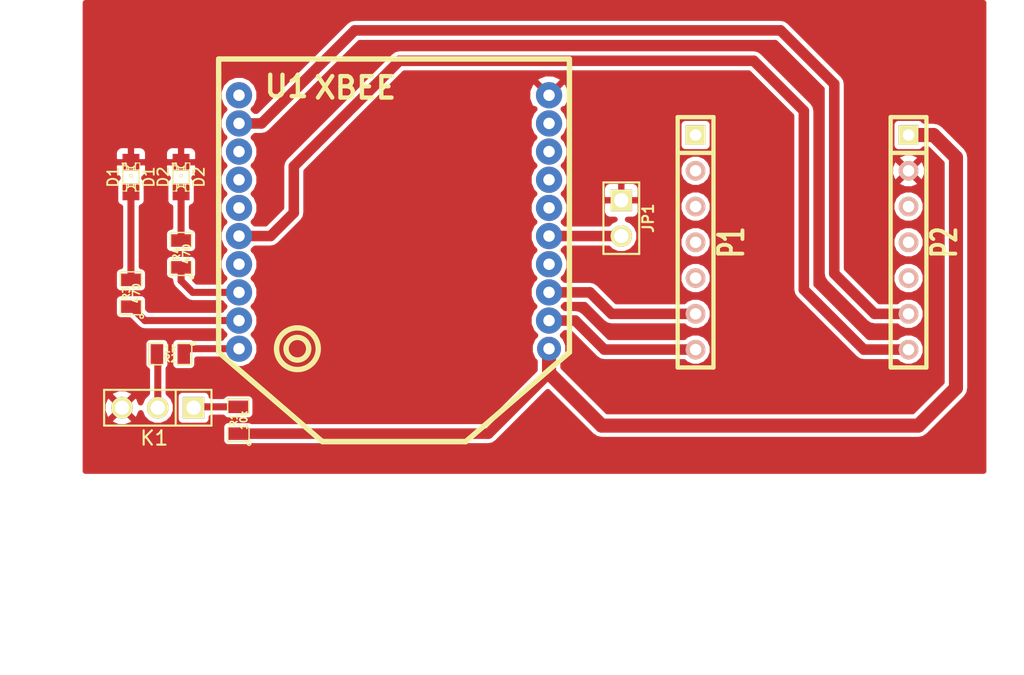
<source format=kicad_pcb>
(kicad_pcb (version 3) (host pcbnew "(22-Jun-2014 BZR 4027)-stable")

  (general
    (links 19)
    (no_connects 0)
    (area 148.59 40.64 220.980001 90.584)
    (thickness 1.6)
    (drawings 2)
    (tracks 45)
    (zones 0)
    (modules 11)
    (nets 15)
  )

  (page A3)
  (layers
    (15 F.Cu signal)
    (0 B.Cu signal)
    (16 B.Adhes user)
    (17 F.Adhes user)
    (18 B.Paste user)
    (19 F.Paste user)
    (20 B.SilkS user)
    (21 F.SilkS user)
    (22 B.Mask user)
    (23 F.Mask user)
    (24 Dwgs.User user)
    (25 Cmts.User user)
    (26 Eco1.User user)
    (27 Eco2.User user)
    (28 Edge.Cuts user)
  )

  (setup
    (last_trace_width 0.5)
    (user_trace_width 0.75)
    (user_trace_width 1)
    (trace_clearance 0.3)
    (zone_clearance 0)
    (zone_45_only no)
    (trace_min 0.254)
    (segment_width 0.2)
    (edge_width 0.1)
    (via_size 0.889)
    (via_drill 0.635)
    (via_min_size 0.889)
    (via_min_drill 0.508)
    (uvia_size 0.508)
    (uvia_drill 0.127)
    (uvias_allowed no)
    (uvia_min_size 0.508)
    (uvia_min_drill 0.127)
    (pcb_text_width 0.3)
    (pcb_text_size 1.5 1.5)
    (mod_edge_width 0.15)
    (mod_text_size 1 1)
    (mod_text_width 0.15)
    (pad_size 1.5 1.5)
    (pad_drill 0.6)
    (pad_to_mask_clearance 0)
    (aux_axis_origin 0 0)
    (visible_elements FFFFFFBF)
    (pcbplotparams
      (layerselection 3178497)
      (usegerberextensions true)
      (excludeedgelayer true)
      (linewidth 0.150000)
      (plotframeref false)
      (viasonmask false)
      (mode 1)
      (useauxorigin false)
      (hpglpennumber 1)
      (hpglpenspeed 20)
      (hpglpendiameter 15)
      (hpglpenoverlay 2)
      (psnegative false)
      (psa4output false)
      (plotreference true)
      (plotvalue true)
      (plotothertext true)
      (plotinvisibletext false)
      (padsonsilk false)
      (subtractmaskfromsilk false)
      (outputformat 1)
      (mirror false)
      (drillshape 1)
      (scaleselection 1)
      (outputdirectory ""))
  )

  (net 0 "")
  (net 1 /AN0)
  (net 2 /DO1)
  (net 3 /DO2)
  (net 4 /MCPboard-CTS)
  (net 5 /MCPboard-RTS)
  (net 6 /MCPboard-Rx)
  (net 7 /MCPboard-Tx)
  (net 8 GND)
  (net 9 N-0000010)
  (net 10 N-0000011)
  (net 11 N-000002)
  (net 12 N-000005)
  (net 13 N-000009)
  (net 14 VDD)

  (net_class Default "This is the default net class."
    (clearance 0.3)
    (trace_width 0.5)
    (via_dia 0.889)
    (via_drill 0.635)
    (uvia_dia 0.508)
    (uvia_drill 0.127)
    (add_net "")
    (add_net /AN0)
    (add_net /DO1)
    (add_net /DO2)
    (add_net /MCPboard-CTS)
    (add_net /MCPboard-RTS)
    (add_net /MCPboard-Rx)
    (add_net /MCPboard-Tx)
    (add_net GND)
    (add_net N-0000010)
    (add_net N-0000011)
    (add_net N-000002)
    (add_net N-000005)
    (add_net N-000009)
    (add_net VDD)
  )

  (module SM0805 (layer F.Cu) (tedit 5091495C) (tstamp 57BF8FCA)
    (at 165.354 70.485 90)
    (path /57BF8838)
    (attr smd)
    (fp_text reference R1 (at 0 -0.3175 90) (layer F.SilkS)
      (effects (font (size 0.50038 0.50038) (thickness 0.10922)))
    )
    (fp_text value 10k (at 0 0.381 90) (layer F.SilkS)
      (effects (font (size 0.50038 0.50038) (thickness 0.10922)))
    )
    (fp_circle (center -1.651 0.762) (end -1.651 0.635) (layer F.SilkS) (width 0.09906))
    (fp_line (start -0.508 0.762) (end -1.524 0.762) (layer F.SilkS) (width 0.09906))
    (fp_line (start -1.524 0.762) (end -1.524 -0.762) (layer F.SilkS) (width 0.09906))
    (fp_line (start -1.524 -0.762) (end -0.508 -0.762) (layer F.SilkS) (width 0.09906))
    (fp_line (start 0.508 -0.762) (end 1.524 -0.762) (layer F.SilkS) (width 0.09906))
    (fp_line (start 1.524 -0.762) (end 1.524 0.762) (layer F.SilkS) (width 0.09906))
    (fp_line (start 1.524 0.762) (end 0.508 0.762) (layer F.SilkS) (width 0.09906))
    (pad 1 smd rect (at -0.9525 0 90) (size 0.889 1.397)
      (layers F.Cu F.Paste F.Mask)
      (net 14 VDD)
    )
    (pad 2 smd rect (at 0.9525 0 90) (size 0.889 1.397)
      (layers F.Cu F.Paste F.Mask)
      (net 11 N-000002)
    )
    (model smd/chip_cms.wrl
      (at (xyz 0 0 0))
      (scale (xyz 0.1 0.1 0.1))
      (rotate (xyz 0 0 0))
    )
  )

  (module XBee (layer F.Cu) (tedit 51E2B1EC) (tstamp 57BF8FA3)
    (at 176.403 65.405 180)
    (path /57BE2254)
    (fp_text reference U1 (at 7.62508 18.62582 180) (layer F.SilkS)
      (effects (font (size 1.524 1.524) (thickness 0.3048)))
    )
    (fp_text value XBEE (at 2.75082 18.52676 180) (layer F.SilkS)
      (effects (font (size 1.524 1.524) (thickness 0.3048)))
    )
    (fp_line (start -12.446 19.558) (end -12.446 20.574) (layer F.SilkS) (width 0.381))
    (fp_line (start 12.446 19.558) (end 12.446 20.574) (layer F.SilkS) (width 0.381))
    (fp_circle (center 6.858 0) (end 7.62 0.254) (layer F.SilkS) (width 0.381))
    (fp_circle (center 6.858 0) (end 8.128 0.762) (layer F.SilkS) (width 0.381))
    (fp_line (start -12.446 19.558) (end -12.446 -0.254) (layer F.SilkS) (width 0.381))
    (fp_line (start 12.446 0) (end 12.446 -0.254) (layer F.SilkS) (width 0.381))
    (fp_line (start 12.446 19.558) (end 12.446 0) (layer F.SilkS) (width 0.381))
    (fp_line (start -12.446 20.574) (end 12.446 20.574) (layer F.SilkS) (width 0.381))
    (fp_line (start 12.446 -0.254) (end 5.08 -6.604) (layer F.SilkS) (width 0.381))
    (fp_line (start -12.446 -0.254) (end -5.08 -6.604) (layer F.SilkS) (width 0.381))
    (fp_line (start -5.08 -6.604) (end 5.08 -6.604) (layer F.SilkS) (width 0.381))
    (pad 20 thru_hole circle (at 11.00074 0 180) (size 1.85928 1.85928) (drill 0.8128)
      (layers *.Cu)
      (net 1 /AN0)
    )
    (pad 16 thru_hole circle (at 11.00074 8.001 180) (size 1.85928 1.85928) (drill 0.8128)
      (layers *.Cu)
      (net 5 /MCPboard-RTS)
    )
    (pad 14 thru_hole circle (at 11.00074 11.99896 180) (size 1.85928 1.85928) (drill 0.8128)
      (layers *.Cu)
    )
    (pad 15 thru_hole circle (at 11.00074 9.99998 180) (size 1.85928 1.85928) (drill 0.8128)
      (layers *.Cu)
    )
    (pad 18 thru_hole circle (at 11.00074 4.0005 180) (size 1.85928 1.85928) (drill 0.8128)
      (layers *.Cu)
      (net 3 /DO2)
    )
    (pad 17 thru_hole circle (at 11.00074 5.99948 180) (size 1.85928 1.85928) (drill 0.8128)
      (layers *.Cu)
    )
    (pad 19 thru_hole circle (at 11.00074 1.99898 180) (size 1.85928 1.85928) (drill 0.8128)
      (layers *.Cu)
      (net 2 /DO1)
    )
    (pad 12 thru_hole circle (at 11.00074 15.99946 180) (size 1.85928 1.85928) (drill 0.8128)
      (layers *.Cu)
      (net 4 /MCPboard-CTS)
    )
    (pad 11 thru_hole circle (at 11.00074 18.00098 180) (size 1.85928 1.85928) (drill 0.8128)
      (layers *.Cu)
    )
    (pad 13 thru_hole circle (at 11.00074 14.00048 180) (size 1.85928 1.85928) (drill 0.8128)
      (layers *.Cu)
    )
    (pad 8 thru_hole circle (at -11.00074 14.00048 180) (size 1.85928 1.85928) (drill 0.8128)
      (layers *.Cu)
    )
    (pad 10 thru_hole circle (at -11.00074 18.00098 180) (size 1.85928 1.85928) (drill 0.8128)
      (layers *.Cu)
      (net 8 GND)
    )
    (pad 9 thru_hole circle (at -11.00074 15.99946 180) (size 1.85928 1.85928) (drill 0.8128)
      (layers *.Cu)
    )
    (pad 2 thru_hole circle (at -11.00074 1.99898 180) (size 1.85928 1.85928) (drill 0.8128)
      (layers *.Cu)
      (net 6 /MCPboard-Rx)
    )
    (pad 4 thru_hole circle (at -11.00074 5.99948 180) (size 1.85928 1.85928) (drill 0.8128)
      (layers *.Cu)
    )
    (pad 3 thru_hole circle (at -11.00074 4.0005 180) (size 1.85928 1.85928) (drill 0.8128)
      (layers *.Cu)
      (net 7 /MCPboard-Tx)
    )
    (pad 6 thru_hole circle (at -11.00074 9.99998 180) (size 1.85928 1.85928) (drill 0.8128)
      (layers *.Cu)
    )
    (pad 7 thru_hole circle (at -11.00074 11.99896 180) (size 1.85928 1.85928) (drill 0.8128)
      (layers *.Cu)
    )
    (pad 5 thru_hole circle (at -11.00074 8.001 180) (size 1.85928 1.85928) (drill 0.8128)
      (layers *.Cu)
      (net 10 N-0000011)
    )
    (pad 1 thru_hole circle (at -11.00074 0 180) (size 1.69926 1.69926) (drill 0.8128)
      (layers *.Cu)
      (net 14 VDD)
    )
    (model xbee_lib\modules_3D\Xbee.wrl
      (at (xyz 0.037 0 -0.1))
      (scale (xyz 1 1 1))
      (rotate (xyz 270 0 0))
    )
  )

  (module SM0805 (layer F.Cu) (tedit 5091495C) (tstamp 57BF8FB0)
    (at 157.734 61.468 90)
    (path /57BE566F)
    (attr smd)
    (fp_text reference R3 (at 0 -0.3175 90) (layer F.SilkS)
      (effects (font (size 0.50038 0.50038) (thickness 0.10922)))
    )
    (fp_text value 470 (at 0 0.381 90) (layer F.SilkS)
      (effects (font (size 0.50038 0.50038) (thickness 0.10922)))
    )
    (fp_circle (center -1.651 0.762) (end -1.651 0.635) (layer F.SilkS) (width 0.09906))
    (fp_line (start -0.508 0.762) (end -1.524 0.762) (layer F.SilkS) (width 0.09906))
    (fp_line (start -1.524 0.762) (end -1.524 -0.762) (layer F.SilkS) (width 0.09906))
    (fp_line (start -1.524 -0.762) (end -0.508 -0.762) (layer F.SilkS) (width 0.09906))
    (fp_line (start 0.508 -0.762) (end 1.524 -0.762) (layer F.SilkS) (width 0.09906))
    (fp_line (start 1.524 -0.762) (end 1.524 0.762) (layer F.SilkS) (width 0.09906))
    (fp_line (start 1.524 0.762) (end 0.508 0.762) (layer F.SilkS) (width 0.09906))
    (pad 1 smd rect (at -0.9525 0 90) (size 0.889 1.397)
      (layers F.Cu F.Paste F.Mask)
      (net 2 /DO1)
    )
    (pad 2 smd rect (at 0.9525 0 90) (size 0.889 1.397)
      (layers F.Cu F.Paste F.Mask)
      (net 9 N-0000010)
    )
    (model smd/chip_cms.wrl
      (at (xyz 0 0 0))
      (scale (xyz 0.1 0.1 0.1))
      (rotate (xyz 0 0 0))
    )
  )

  (module SM0805 (layer F.Cu) (tedit 5091495C) (tstamp 57BF8FBD)
    (at 161.29 58.674 90)
    (path /57BE5675)
    (attr smd)
    (fp_text reference R4 (at 0 -0.3175 90) (layer F.SilkS)
      (effects (font (size 0.50038 0.50038) (thickness 0.10922)))
    )
    (fp_text value 470 (at 0 0.381 90) (layer F.SilkS)
      (effects (font (size 0.50038 0.50038) (thickness 0.10922)))
    )
    (fp_circle (center -1.651 0.762) (end -1.651 0.635) (layer F.SilkS) (width 0.09906))
    (fp_line (start -0.508 0.762) (end -1.524 0.762) (layer F.SilkS) (width 0.09906))
    (fp_line (start -1.524 0.762) (end -1.524 -0.762) (layer F.SilkS) (width 0.09906))
    (fp_line (start -1.524 -0.762) (end -0.508 -0.762) (layer F.SilkS) (width 0.09906))
    (fp_line (start 0.508 -0.762) (end 1.524 -0.762) (layer F.SilkS) (width 0.09906))
    (fp_line (start 1.524 -0.762) (end 1.524 0.762) (layer F.SilkS) (width 0.09906))
    (fp_line (start 1.524 0.762) (end 0.508 0.762) (layer F.SilkS) (width 0.09906))
    (pad 1 smd rect (at -0.9525 0 90) (size 0.889 1.397)
      (layers F.Cu F.Paste F.Mask)
      (net 3 /DO2)
    )
    (pad 2 smd rect (at 0.9525 0 90) (size 0.889 1.397)
      (layers F.Cu F.Paste F.Mask)
      (net 13 N-000009)
    )
    (model smd/chip_cms.wrl
      (at (xyz 0 0 0))
      (scale (xyz 0.1 0.1 0.1))
      (rotate (xyz 0 0 0))
    )
  )

  (module SM0805 (layer F.Cu) (tedit 5091495C) (tstamp 57BF8FD7)
    (at 160.528 65.786 180)
    (path /57BF8886)
    (attr smd)
    (fp_text reference R2 (at 0 -0.3175 180) (layer F.SilkS)
      (effects (font (size 0.50038 0.50038) (thickness 0.10922)))
    )
    (fp_text value 1k (at 0 0.381 180) (layer F.SilkS)
      (effects (font (size 0.50038 0.50038) (thickness 0.10922)))
    )
    (fp_circle (center -1.651 0.762) (end -1.651 0.635) (layer F.SilkS) (width 0.09906))
    (fp_line (start -0.508 0.762) (end -1.524 0.762) (layer F.SilkS) (width 0.09906))
    (fp_line (start -1.524 0.762) (end -1.524 -0.762) (layer F.SilkS) (width 0.09906))
    (fp_line (start -1.524 -0.762) (end -0.508 -0.762) (layer F.SilkS) (width 0.09906))
    (fp_line (start 0.508 -0.762) (end 1.524 -0.762) (layer F.SilkS) (width 0.09906))
    (fp_line (start 1.524 -0.762) (end 1.524 0.762) (layer F.SilkS) (width 0.09906))
    (fp_line (start 1.524 0.762) (end 0.508 0.762) (layer F.SilkS) (width 0.09906))
    (pad 1 smd rect (at -0.9525 0 180) (size 0.889 1.397)
      (layers F.Cu F.Paste F.Mask)
      (net 1 /AN0)
    )
    (pad 2 smd rect (at 0.9525 0 180) (size 0.889 1.397)
      (layers F.Cu F.Paste F.Mask)
      (net 12 N-000005)
    )
    (model smd/chip_cms.wrl
      (at (xyz 0 0 0))
      (scale (xyz 0.1 0.1 0.1))
      (rotate (xyz 0 0 0))
    )
  )

  (module SIL-7 (layer F.Cu) (tedit 200000) (tstamp 57BF8FE9)
    (at 212.9155 57.8485 270)
    (descr "Connecteur 7 pins")
    (tags "CONN DEV")
    (path /57BE23A5)
    (fp_text reference P2 (at 0 -2.54 270) (layer F.SilkS)
      (effects (font (size 1.72974 1.08712) (thickness 0.3048)))
    )
    (fp_text value MCPboard-j4 (at 0 -2.54 270) (layer F.SilkS) hide
      (effects (font (size 1.524 1.016) (thickness 0.3048)))
    )
    (fp_line (start -8.89 -1.27) (end -8.89 -1.27) (layer F.SilkS) (width 0.3048))
    (fp_line (start -8.89 -1.27) (end 8.89 -1.27) (layer F.SilkS) (width 0.3048))
    (fp_line (start 8.89 -1.27) (end 8.89 1.27) (layer F.SilkS) (width 0.3048))
    (fp_line (start 8.89 1.27) (end -8.89 1.27) (layer F.SilkS) (width 0.3048))
    (fp_line (start -8.89 1.27) (end -8.89 -1.27) (layer F.SilkS) (width 0.3048))
    (fp_line (start -6.35 1.27) (end -6.35 1.27) (layer F.SilkS) (width 0.3048))
    (fp_line (start -6.35 1.27) (end -6.35 -1.27) (layer F.SilkS) (width 0.3048))
    (pad 1 thru_hole rect (at -7.62 0 270) (size 1.397 1.397) (drill 0.8128)
      (layers *.Cu *.Mask F.SilkS)
      (net 14 VDD)
    )
    (pad 2 thru_hole circle (at -5.08 0 270) (size 1.397 1.397) (drill 0.8128)
      (layers *.Cu *.SilkS *.Mask)
      (net 8 GND)
    )
    (pad 3 thru_hole circle (at -2.54 0 270) (size 1.397 1.397) (drill 0.8128)
      (layers *.Cu *.SilkS *.Mask)
    )
    (pad 4 thru_hole circle (at 0 0 270) (size 1.397 1.397) (drill 0.8128)
      (layers *.Cu *.SilkS *.Mask)
    )
    (pad 5 thru_hole circle (at 2.54 0 270) (size 1.397 1.397) (drill 0.8128)
      (layers *.Cu *.SilkS *.Mask)
    )
    (pad 6 thru_hole circle (at 5.08 0 270) (size 1.397 1.397) (drill 0.8128)
      (layers *.Cu *.SilkS *.Mask)
      (net 4 /MCPboard-CTS)
    )
    (pad 7 thru_hole circle (at 7.62 0 270) (size 1.397 1.397) (drill 0.8128)
      (layers *.Cu *.SilkS *.Mask)
      (net 5 /MCPboard-RTS)
    )
  )

  (module SIL-7 (layer F.Cu) (tedit 200000) (tstamp 57BF8FFB)
    (at 197.8025 57.8485 270)
    (descr "Connecteur 7 pins")
    (tags "CONN DEV")
    (path /57BE2439)
    (fp_text reference P1 (at 0 -2.54 270) (layer F.SilkS)
      (effects (font (size 1.72974 1.08712) (thickness 0.3048)))
    )
    (fp_text value MCPboard-J3 (at 0 -2.54 270) (layer F.SilkS) hide
      (effects (font (size 1.524 1.016) (thickness 0.3048)))
    )
    (fp_line (start -8.89 -1.27) (end -8.89 -1.27) (layer F.SilkS) (width 0.3048))
    (fp_line (start -8.89 -1.27) (end 8.89 -1.27) (layer F.SilkS) (width 0.3048))
    (fp_line (start 8.89 -1.27) (end 8.89 1.27) (layer F.SilkS) (width 0.3048))
    (fp_line (start 8.89 1.27) (end -8.89 1.27) (layer F.SilkS) (width 0.3048))
    (fp_line (start -8.89 1.27) (end -8.89 -1.27) (layer F.SilkS) (width 0.3048))
    (fp_line (start -6.35 1.27) (end -6.35 1.27) (layer F.SilkS) (width 0.3048))
    (fp_line (start -6.35 1.27) (end -6.35 -1.27) (layer F.SilkS) (width 0.3048))
    (pad 1 thru_hole rect (at -7.62 0 270) (size 1.397 1.397) (drill 0.8128)
      (layers *.Cu *.Mask F.SilkS)
    )
    (pad 2 thru_hole circle (at -5.08 0 270) (size 1.397 1.397) (drill 0.8128)
      (layers *.Cu *.SilkS *.Mask)
    )
    (pad 3 thru_hole circle (at -2.54 0 270) (size 1.397 1.397) (drill 0.8128)
      (layers *.Cu *.SilkS *.Mask)
    )
    (pad 4 thru_hole circle (at 0 0 270) (size 1.397 1.397) (drill 0.8128)
      (layers *.Cu *.SilkS *.Mask)
    )
    (pad 5 thru_hole circle (at 2.54 0 270) (size 1.397 1.397) (drill 0.8128)
      (layers *.Cu *.SilkS *.Mask)
    )
    (pad 6 thru_hole circle (at 5.08 0 270) (size 1.397 1.397) (drill 0.8128)
      (layers *.Cu *.SilkS *.Mask)
      (net 7 /MCPboard-Tx)
    )
    (pad 7 thru_hole circle (at 7.62 0 270) (size 1.397 1.397) (drill 0.8128)
      (layers *.Cu *.SilkS *.Mask)
      (net 6 /MCPboard-Rx)
    )
  )

  (module PIN_ARRAY_3X1 (layer F.Cu) (tedit 4C1130E0) (tstamp 57BF9007)
    (at 159.639 69.596 180)
    (descr "Connecteur 3 pins")
    (tags "CONN DEV")
    (path /57BE56E3)
    (fp_text reference K1 (at 0.254 -2.159 180) (layer F.SilkS)
      (effects (font (size 1.016 1.016) (thickness 0.1524)))
    )
    (fp_text value POT-10K (at 0 -2.159 180) (layer F.SilkS) hide
      (effects (font (size 1.016 1.016) (thickness 0.1524)))
    )
    (fp_line (start -3.81 1.27) (end -3.81 -1.27) (layer F.SilkS) (width 0.1524))
    (fp_line (start -3.81 -1.27) (end 3.81 -1.27) (layer F.SilkS) (width 0.1524))
    (fp_line (start 3.81 -1.27) (end 3.81 1.27) (layer F.SilkS) (width 0.1524))
    (fp_line (start 3.81 1.27) (end -3.81 1.27) (layer F.SilkS) (width 0.1524))
    (fp_line (start -1.27 -1.27) (end -1.27 1.27) (layer F.SilkS) (width 0.1524))
    (pad 1 thru_hole rect (at -2.54 0 180) (size 1.524 1.524) (drill 1.016)
      (layers *.Cu *.Mask F.SilkS)
      (net 11 N-000002)
    )
    (pad 2 thru_hole circle (at 0 0 180) (size 1.524 1.524) (drill 1.016)
      (layers *.Cu *.Mask F.SilkS)
      (net 12 N-000005)
    )
    (pad 3 thru_hole circle (at 2.54 0 180) (size 1.524 1.524) (drill 1.016)
      (layers *.Cu *.Mask F.SilkS)
      (net 8 GND)
    )
    (model pin_array/pins_array_3x1.wrl
      (at (xyz 0 0 0))
      (scale (xyz 1 1 1))
      (rotate (xyz 0 0 0))
    )
  )

  (module PIN_ARRAY_2X1 (layer F.Cu) (tedit 4565C520) (tstamp 57BF9011)
    (at 192.532 56.134 270)
    (descr "Connecteurs 2 pins")
    (tags "CONN DEV")
    (path /57BF8D0A)
    (fp_text reference JP1 (at 0 -1.905 270) (layer F.SilkS)
      (effects (font (size 0.762 0.762) (thickness 0.1524)))
    )
    (fp_text value ~RST (at 0 -1.905 270) (layer F.SilkS) hide
      (effects (font (size 0.762 0.762) (thickness 0.1524)))
    )
    (fp_line (start -2.54 1.27) (end -2.54 -1.27) (layer F.SilkS) (width 0.1524))
    (fp_line (start -2.54 -1.27) (end 2.54 -1.27) (layer F.SilkS) (width 0.1524))
    (fp_line (start 2.54 -1.27) (end 2.54 1.27) (layer F.SilkS) (width 0.1524))
    (fp_line (start 2.54 1.27) (end -2.54 1.27) (layer F.SilkS) (width 0.1524))
    (pad 1 thru_hole rect (at -1.27 0 270) (size 1.524 1.524) (drill 1.016)
      (layers *.Cu *.Mask F.SilkS)
      (net 8 GND)
    )
    (pad 2 thru_hole circle (at 1.27 0 270) (size 1.524 1.524) (drill 1.016)
      (layers *.Cu *.Mask F.SilkS)
      (net 10 N-0000011)
    )
    (model pin_array/pins_array_2x1.wrl
      (at (xyz 0 0 0))
      (scale (xyz 1 1 1))
      (rotate (xyz 0 0 0))
    )
  )

  (module LED-0805 (layer F.Cu) (tedit 49DC4C0B) (tstamp 57BF9F44)
    (at 157.734 53.213 90)
    (descr "LED 0805 smd package")
    (tags "LED 0805 SMD")
    (path /57BE5644)
    (attr smd)
    (fp_text reference D1 (at 0 -1.27 90) (layer F.SilkS)
      (effects (font (size 0.762 0.762) (thickness 0.127)))
    )
    (fp_text value D1 (at 0 1.27 90) (layer F.SilkS)
      (effects (font (size 0.762 0.762) (thickness 0.127)))
    )
    (fp_line (start 0.49784 0.29972) (end 0.49784 0.62484) (layer F.SilkS) (width 0.06604))
    (fp_line (start 0.49784 0.62484) (end 0.99822 0.62484) (layer F.SilkS) (width 0.06604))
    (fp_line (start 0.99822 0.29972) (end 0.99822 0.62484) (layer F.SilkS) (width 0.06604))
    (fp_line (start 0.49784 0.29972) (end 0.99822 0.29972) (layer F.SilkS) (width 0.06604))
    (fp_line (start 0.49784 -0.32258) (end 0.49784 -0.17272) (layer F.SilkS) (width 0.06604))
    (fp_line (start 0.49784 -0.17272) (end 0.7493 -0.17272) (layer F.SilkS) (width 0.06604))
    (fp_line (start 0.7493 -0.32258) (end 0.7493 -0.17272) (layer F.SilkS) (width 0.06604))
    (fp_line (start 0.49784 -0.32258) (end 0.7493 -0.32258) (layer F.SilkS) (width 0.06604))
    (fp_line (start 0.49784 0.17272) (end 0.49784 0.32258) (layer F.SilkS) (width 0.06604))
    (fp_line (start 0.49784 0.32258) (end 0.7493 0.32258) (layer F.SilkS) (width 0.06604))
    (fp_line (start 0.7493 0.17272) (end 0.7493 0.32258) (layer F.SilkS) (width 0.06604))
    (fp_line (start 0.49784 0.17272) (end 0.7493 0.17272) (layer F.SilkS) (width 0.06604))
    (fp_line (start 0.49784 -0.19812) (end 0.49784 0.19812) (layer F.SilkS) (width 0.06604))
    (fp_line (start 0.49784 0.19812) (end 0.6731 0.19812) (layer F.SilkS) (width 0.06604))
    (fp_line (start 0.6731 -0.19812) (end 0.6731 0.19812) (layer F.SilkS) (width 0.06604))
    (fp_line (start 0.49784 -0.19812) (end 0.6731 -0.19812) (layer F.SilkS) (width 0.06604))
    (fp_line (start -0.99822 0.29972) (end -0.99822 0.62484) (layer F.SilkS) (width 0.06604))
    (fp_line (start -0.99822 0.62484) (end -0.49784 0.62484) (layer F.SilkS) (width 0.06604))
    (fp_line (start -0.49784 0.29972) (end -0.49784 0.62484) (layer F.SilkS) (width 0.06604))
    (fp_line (start -0.99822 0.29972) (end -0.49784 0.29972) (layer F.SilkS) (width 0.06604))
    (fp_line (start -0.99822 -0.62484) (end -0.99822 -0.29972) (layer F.SilkS) (width 0.06604))
    (fp_line (start -0.99822 -0.29972) (end -0.49784 -0.29972) (layer F.SilkS) (width 0.06604))
    (fp_line (start -0.49784 -0.62484) (end -0.49784 -0.29972) (layer F.SilkS) (width 0.06604))
    (fp_line (start -0.99822 -0.62484) (end -0.49784 -0.62484) (layer F.SilkS) (width 0.06604))
    (fp_line (start -0.7493 0.17272) (end -0.7493 0.32258) (layer F.SilkS) (width 0.06604))
    (fp_line (start -0.7493 0.32258) (end -0.49784 0.32258) (layer F.SilkS) (width 0.06604))
    (fp_line (start -0.49784 0.17272) (end -0.49784 0.32258) (layer F.SilkS) (width 0.06604))
    (fp_line (start -0.7493 0.17272) (end -0.49784 0.17272) (layer F.SilkS) (width 0.06604))
    (fp_line (start -0.7493 -0.32258) (end -0.7493 -0.17272) (layer F.SilkS) (width 0.06604))
    (fp_line (start -0.7493 -0.17272) (end -0.49784 -0.17272) (layer F.SilkS) (width 0.06604))
    (fp_line (start -0.49784 -0.32258) (end -0.49784 -0.17272) (layer F.SilkS) (width 0.06604))
    (fp_line (start -0.7493 -0.32258) (end -0.49784 -0.32258) (layer F.SilkS) (width 0.06604))
    (fp_line (start -0.6731 -0.19812) (end -0.6731 0.19812) (layer F.SilkS) (width 0.06604))
    (fp_line (start -0.6731 0.19812) (end -0.49784 0.19812) (layer F.SilkS) (width 0.06604))
    (fp_line (start -0.49784 -0.19812) (end -0.49784 0.19812) (layer F.SilkS) (width 0.06604))
    (fp_line (start -0.6731 -0.19812) (end -0.49784 -0.19812) (layer F.SilkS) (width 0.06604))
    (fp_line (start 0 -0.09906) (end 0 0.09906) (layer F.SilkS) (width 0.06604))
    (fp_line (start 0 0.09906) (end 0.19812 0.09906) (layer F.SilkS) (width 0.06604))
    (fp_line (start 0.19812 -0.09906) (end 0.19812 0.09906) (layer F.SilkS) (width 0.06604))
    (fp_line (start 0 -0.09906) (end 0.19812 -0.09906) (layer F.SilkS) (width 0.06604))
    (fp_line (start 0.49784 -0.59944) (end 0.49784 -0.29972) (layer F.SilkS) (width 0.06604))
    (fp_line (start 0.49784 -0.29972) (end 0.79756 -0.29972) (layer F.SilkS) (width 0.06604))
    (fp_line (start 0.79756 -0.59944) (end 0.79756 -0.29972) (layer F.SilkS) (width 0.06604))
    (fp_line (start 0.49784 -0.59944) (end 0.79756 -0.59944) (layer F.SilkS) (width 0.06604))
    (fp_line (start 0.92456 -0.62484) (end 0.92456 -0.39878) (layer F.SilkS) (width 0.06604))
    (fp_line (start 0.92456 -0.39878) (end 0.99822 -0.39878) (layer F.SilkS) (width 0.06604))
    (fp_line (start 0.99822 -0.62484) (end 0.99822 -0.39878) (layer F.SilkS) (width 0.06604))
    (fp_line (start 0.92456 -0.62484) (end 0.99822 -0.62484) (layer F.SilkS) (width 0.06604))
    (fp_line (start 0.52324 0.57404) (end -0.52324 0.57404) (layer F.SilkS) (width 0.1016))
    (fp_line (start -0.49784 -0.57404) (end 0.92456 -0.57404) (layer F.SilkS) (width 0.1016))
    (fp_circle (center 0.84836 -0.44958) (end 0.89916 -0.50038) (layer F.SilkS) (width 0.0508))
    (fp_arc (start 0.99822 0) (end 0.99822 0.34798) (angle 180) (layer F.SilkS) (width 0.1016))
    (fp_arc (start -0.99822 0) (end -0.99822 -0.34798) (angle 180) (layer F.SilkS) (width 0.1016))
    (pad 1 smd rect (at -1.04902 0 90) (size 1.19888 1.19888)
      (layers F.Cu F.Paste F.Mask)
      (net 9 N-0000010)
    )
    (pad 2 smd rect (at 1.04902 0 90) (size 1.19888 1.19888)
      (layers F.Cu F.Paste F.Mask)
      (net 8 GND)
    )
  )

  (module LED-0805 (layer F.Cu) (tedit 49DC4C0B) (tstamp 57BF9087)
    (at 161.29 53.213 90)
    (descr "LED 0805 smd package")
    (tags "LED 0805 SMD")
    (path /57BE5653)
    (attr smd)
    (fp_text reference D2 (at 0 -1.27 90) (layer F.SilkS)
      (effects (font (size 0.762 0.762) (thickness 0.127)))
    )
    (fp_text value D2 (at 0 1.27 90) (layer F.SilkS)
      (effects (font (size 0.762 0.762) (thickness 0.127)))
    )
    (fp_line (start 0.49784 0.29972) (end 0.49784 0.62484) (layer F.SilkS) (width 0.06604))
    (fp_line (start 0.49784 0.62484) (end 0.99822 0.62484) (layer F.SilkS) (width 0.06604))
    (fp_line (start 0.99822 0.29972) (end 0.99822 0.62484) (layer F.SilkS) (width 0.06604))
    (fp_line (start 0.49784 0.29972) (end 0.99822 0.29972) (layer F.SilkS) (width 0.06604))
    (fp_line (start 0.49784 -0.32258) (end 0.49784 -0.17272) (layer F.SilkS) (width 0.06604))
    (fp_line (start 0.49784 -0.17272) (end 0.7493 -0.17272) (layer F.SilkS) (width 0.06604))
    (fp_line (start 0.7493 -0.32258) (end 0.7493 -0.17272) (layer F.SilkS) (width 0.06604))
    (fp_line (start 0.49784 -0.32258) (end 0.7493 -0.32258) (layer F.SilkS) (width 0.06604))
    (fp_line (start 0.49784 0.17272) (end 0.49784 0.32258) (layer F.SilkS) (width 0.06604))
    (fp_line (start 0.49784 0.32258) (end 0.7493 0.32258) (layer F.SilkS) (width 0.06604))
    (fp_line (start 0.7493 0.17272) (end 0.7493 0.32258) (layer F.SilkS) (width 0.06604))
    (fp_line (start 0.49784 0.17272) (end 0.7493 0.17272) (layer F.SilkS) (width 0.06604))
    (fp_line (start 0.49784 -0.19812) (end 0.49784 0.19812) (layer F.SilkS) (width 0.06604))
    (fp_line (start 0.49784 0.19812) (end 0.6731 0.19812) (layer F.SilkS) (width 0.06604))
    (fp_line (start 0.6731 -0.19812) (end 0.6731 0.19812) (layer F.SilkS) (width 0.06604))
    (fp_line (start 0.49784 -0.19812) (end 0.6731 -0.19812) (layer F.SilkS) (width 0.06604))
    (fp_line (start -0.99822 0.29972) (end -0.99822 0.62484) (layer F.SilkS) (width 0.06604))
    (fp_line (start -0.99822 0.62484) (end -0.49784 0.62484) (layer F.SilkS) (width 0.06604))
    (fp_line (start -0.49784 0.29972) (end -0.49784 0.62484) (layer F.SilkS) (width 0.06604))
    (fp_line (start -0.99822 0.29972) (end -0.49784 0.29972) (layer F.SilkS) (width 0.06604))
    (fp_line (start -0.99822 -0.62484) (end -0.99822 -0.29972) (layer F.SilkS) (width 0.06604))
    (fp_line (start -0.99822 -0.29972) (end -0.49784 -0.29972) (layer F.SilkS) (width 0.06604))
    (fp_line (start -0.49784 -0.62484) (end -0.49784 -0.29972) (layer F.SilkS) (width 0.06604))
    (fp_line (start -0.99822 -0.62484) (end -0.49784 -0.62484) (layer F.SilkS) (width 0.06604))
    (fp_line (start -0.7493 0.17272) (end -0.7493 0.32258) (layer F.SilkS) (width 0.06604))
    (fp_line (start -0.7493 0.32258) (end -0.49784 0.32258) (layer F.SilkS) (width 0.06604))
    (fp_line (start -0.49784 0.17272) (end -0.49784 0.32258) (layer F.SilkS) (width 0.06604))
    (fp_line (start -0.7493 0.17272) (end -0.49784 0.17272) (layer F.SilkS) (width 0.06604))
    (fp_line (start -0.7493 -0.32258) (end -0.7493 -0.17272) (layer F.SilkS) (width 0.06604))
    (fp_line (start -0.7493 -0.17272) (end -0.49784 -0.17272) (layer F.SilkS) (width 0.06604))
    (fp_line (start -0.49784 -0.32258) (end -0.49784 -0.17272) (layer F.SilkS) (width 0.06604))
    (fp_line (start -0.7493 -0.32258) (end -0.49784 -0.32258) (layer F.SilkS) (width 0.06604))
    (fp_line (start -0.6731 -0.19812) (end -0.6731 0.19812) (layer F.SilkS) (width 0.06604))
    (fp_line (start -0.6731 0.19812) (end -0.49784 0.19812) (layer F.SilkS) (width 0.06604))
    (fp_line (start -0.49784 -0.19812) (end -0.49784 0.19812) (layer F.SilkS) (width 0.06604))
    (fp_line (start -0.6731 -0.19812) (end -0.49784 -0.19812) (layer F.SilkS) (width 0.06604))
    (fp_line (start 0 -0.09906) (end 0 0.09906) (layer F.SilkS) (width 0.06604))
    (fp_line (start 0 0.09906) (end 0.19812 0.09906) (layer F.SilkS) (width 0.06604))
    (fp_line (start 0.19812 -0.09906) (end 0.19812 0.09906) (layer F.SilkS) (width 0.06604))
    (fp_line (start 0 -0.09906) (end 0.19812 -0.09906) (layer F.SilkS) (width 0.06604))
    (fp_line (start 0.49784 -0.59944) (end 0.49784 -0.29972) (layer F.SilkS) (width 0.06604))
    (fp_line (start 0.49784 -0.29972) (end 0.79756 -0.29972) (layer F.SilkS) (width 0.06604))
    (fp_line (start 0.79756 -0.59944) (end 0.79756 -0.29972) (layer F.SilkS) (width 0.06604))
    (fp_line (start 0.49784 -0.59944) (end 0.79756 -0.59944) (layer F.SilkS) (width 0.06604))
    (fp_line (start 0.92456 -0.62484) (end 0.92456 -0.39878) (layer F.SilkS) (width 0.06604))
    (fp_line (start 0.92456 -0.39878) (end 0.99822 -0.39878) (layer F.SilkS) (width 0.06604))
    (fp_line (start 0.99822 -0.62484) (end 0.99822 -0.39878) (layer F.SilkS) (width 0.06604))
    (fp_line (start 0.92456 -0.62484) (end 0.99822 -0.62484) (layer F.SilkS) (width 0.06604))
    (fp_line (start 0.52324 0.57404) (end -0.52324 0.57404) (layer F.SilkS) (width 0.1016))
    (fp_line (start -0.49784 -0.57404) (end 0.92456 -0.57404) (layer F.SilkS) (width 0.1016))
    (fp_circle (center 0.84836 -0.44958) (end 0.89916 -0.50038) (layer F.SilkS) (width 0.0508))
    (fp_arc (start 0.99822 0) (end 0.99822 0.34798) (angle 180) (layer F.SilkS) (width 0.1016))
    (fp_arc (start -0.99822 0) (end -0.99822 -0.34798) (angle 180) (layer F.SilkS) (width 0.1016))
    (pad 1 smd rect (at -1.04902 0 90) (size 1.19888 1.19888)
      (layers F.Cu F.Paste F.Mask)
      (net 13 N-000009)
    )
    (pad 2 smd rect (at 1.04902 0 90) (size 1.19888 1.19888)
      (layers F.Cu F.Paste F.Mask)
      (net 8 GND)
    )
  )

  (dimension 72.39 (width 0.3) (layer Dwgs.User)
    (gr_text 72,390mm (at 184.785 89.233999) (layer Dwgs.User)
      (effects (font (size 1.5 1.5) (thickness 0.3)))
    )
    (feature1 (pts (xy 220.98 77.47) (xy 220.98 90.583999)))
    (feature2 (pts (xy 148.59 77.47) (xy 148.59 90.583999)))
    (crossbar (pts (xy 148.59 87.883999) (xy 220.98 87.883999)))
    (arrow1a (pts (xy 220.98 87.883999) (xy 219.853497 88.470419)))
    (arrow1b (pts (xy 220.98 87.883999) (xy 219.853497 87.297579)))
    (arrow2a (pts (xy 148.59 87.883999) (xy 149.716503 88.470419)))
    (arrow2b (pts (xy 148.59 87.883999) (xy 149.716503 87.297579)))
  )
  (dimension 15.113 (width 0.3) (layer Dwgs.User)
    (gr_text 15,113mm (at 205.359 69.421999) (layer Dwgs.User)
      (effects (font (size 1.5 1.5) (thickness 0.3)))
    )
    (feature1 (pts (xy 212.9155 65.4685) (xy 212.9155 70.771999)))
    (feature2 (pts (xy 197.8025 65.4685) (xy 197.8025 70.771999)))
    (crossbar (pts (xy 197.8025 68.071999) (xy 212.9155 68.071999)))
    (arrow1a (pts (xy 212.9155 68.071999) (xy 211.788997 68.658419)))
    (arrow1b (pts (xy 212.9155 68.071999) (xy 211.788997 67.485579)))
    (arrow2a (pts (xy 197.8025 68.071999) (xy 198.929003 68.658419)))
    (arrow2b (pts (xy 197.8025 68.071999) (xy 198.929003 67.485579)))
  )

  (segment (start 165.40226 65.405) (end 161.8615 65.405) (width 0.5) (layer F.Cu) (net 1) (status C00000))
  (segment (start 161.8615 65.405) (end 161.4805 65.786) (width 0.5) (layer F.Cu) (net 1) (tstamp 57BFA039) (status C00000))
  (segment (start 165.40226 63.40602) (end 158.71952 63.40602) (width 0.5) (layer F.Cu) (net 2) (status 400000))
  (segment (start 158.71952 63.40602) (end 157.734 62.4205) (width 0.5) (layer F.Cu) (net 2) (tstamp 57BFA031) (status 800000))
  (segment (start 165.40226 61.4045) (end 162.1155 61.4045) (width 0.5) (layer F.Cu) (net 3) (status 400000))
  (segment (start 161.29 60.579) (end 161.29 59.6265) (width 0.5) (layer F.Cu) (net 3) (tstamp 57BFA02E) (status 800000))
  (segment (start 162.1155 61.4045) (end 161.29 60.579) (width 0.5) (layer F.Cu) (net 3) (tstamp 57BFA02D))
  (segment (start 212.9155 62.9285) (end 210.5025 62.9285) (width 0.75) (layer F.Cu) (net 4))
  (segment (start 167.00246 49.40554) (end 165.40226 49.40554) (width 0.75) (layer F.Cu) (net 4) (tstamp 57BF9F91))
  (segment (start 173.609 42.799) (end 167.00246 49.40554) (width 0.75) (layer F.Cu) (net 4) (tstamp 57BF9F8F))
  (segment (start 203.835 42.799) (end 173.609 42.799) (width 0.75) (layer F.Cu) (net 4) (tstamp 57BF9F8D))
  (segment (start 207.645 46.609) (end 203.835 42.799) (width 0.75) (layer F.Cu) (net 4) (tstamp 57BF9F8B))
  (segment (start 207.645 60.071) (end 207.645 46.609) (width 0.75) (layer F.Cu) (net 4) (tstamp 57BF9F8A))
  (segment (start 210.5025 62.9285) (end 207.645 60.071) (width 0.75) (layer F.Cu) (net 4) (tstamp 57BF9F89))
  (segment (start 212.9155 65.4685) (end 209.7405 65.4685) (width 0.75) (layer F.Cu) (net 5))
  (segment (start 167.64 57.404) (end 165.40226 57.404) (width 0.75) (layer F.Cu) (net 5) (tstamp 57BF9FA1))
  (segment (start 169.291 55.753) (end 167.64 57.404) (width 0.75) (layer F.Cu) (net 5) (tstamp 57BF9FA0))
  (segment (start 169.291 52.451) (end 169.291 55.753) (width 0.75) (layer F.Cu) (net 5) (tstamp 57BF9F9E))
  (segment (start 176.784 44.958) (end 169.291 52.451) (width 0.75) (layer F.Cu) (net 5) (tstamp 57BF9F9C))
  (segment (start 201.93 44.958) (end 176.784 44.958) (width 0.75) (layer F.Cu) (net 5) (tstamp 57BF9F9A))
  (segment (start 205.486 48.514) (end 201.93 44.958) (width 0.75) (layer F.Cu) (net 5) (tstamp 57BF9F98))
  (segment (start 205.486 61.214) (end 205.486 48.514) (width 0.75) (layer F.Cu) (net 5) (tstamp 57BF9F96))
  (segment (start 209.7405 65.4685) (end 205.486 61.214) (width 0.75) (layer F.Cu) (net 5) (tstamp 57BF9F94))
  (segment (start 187.40374 63.40602) (end 189.26302 63.40602) (width 0.75) (layer F.Cu) (net 6))
  (segment (start 191.3255 65.4685) (end 197.8025 65.4685) (width 0.75) (layer F.Cu) (net 6) (tstamp 57BF9F83))
  (segment (start 189.26302 63.40602) (end 191.3255 65.4685) (width 0.75) (layer F.Cu) (net 6) (tstamp 57BF9F82))
  (segment (start 197.8025 62.9285) (end 191.8335 62.9285) (width 0.75) (layer F.Cu) (net 7))
  (segment (start 190.3095 61.4045) (end 187.40374 61.4045) (width 0.75) (layer F.Cu) (net 7) (tstamp 57BF9F7F))
  (segment (start 191.8335 62.9285) (end 190.3095 61.4045) (width 0.75) (layer F.Cu) (net 7) (tstamp 57BF9F7E))
  (segment (start 157.734 60.5155) (end 157.734 54.26202) (width 0.5) (layer F.Cu) (net 9) (status C00000))
  (segment (start 192.532 57.404) (end 187.40374 57.404) (width 0.75) (layer F.Cu) (net 10))
  (segment (start 165.354 69.5325) (end 162.2425 69.5325) (width 0.5) (layer F.Cu) (net 11) (status C00000))
  (segment (start 162.2425 69.5325) (end 162.179 69.596) (width 0.5) (layer F.Cu) (net 11) (tstamp 57BFA03C) (status C00000))
  (segment (start 159.639 69.596) (end 159.639 65.8495) (width 0.5) (layer F.Cu) (net 12) (status C00000))
  (segment (start 159.639 65.8495) (end 159.5755 65.786) (width 0.5) (layer F.Cu) (net 12) (tstamp 57BFA036) (status C00000))
  (segment (start 161.29 57.7215) (end 161.29 54.26202) (width 0.5) (layer F.Cu) (net 13) (status C00000))
  (segment (start 165.354 71.4375) (end 183.10098 71.4375) (width 0.75) (layer F.Cu) (net 14))
  (segment (start 183.10098 71.4375) (end 187.40374 67.13474) (width 0.75) (layer F.Cu) (net 14) (tstamp 57BF9FB0))
  (segment (start 212.9155 50.2285) (end 214.6935 50.2285) (width 1) (layer F.Cu) (net 14))
  (segment (start 187.40374 67.13474) (end 187.40374 65.405) (width 1) (layer F.Cu) (net 14) (tstamp 57BF9FAC))
  (segment (start 191.135 70.866) (end 187.40374 67.13474) (width 1) (layer F.Cu) (net 14) (tstamp 57BF9FAB))
  (segment (start 213.614 70.866) (end 191.135 70.866) (width 1) (layer F.Cu) (net 14) (tstamp 57BF9FAA))
  (segment (start 216.281 68.199) (end 213.614 70.866) (width 1) (layer F.Cu) (net 14) (tstamp 57BF9FA9))
  (segment (start 216.281 51.816) (end 216.281 68.199) (width 1) (layer F.Cu) (net 14) (tstamp 57BF9FA8))
  (segment (start 214.6935 50.2285) (end 216.281 51.816) (width 1) (layer F.Cu) (net 14) (tstamp 57BF9FA7))

  (zone (net 8) (net_name GND) (layer F.Cu) (tstamp 57BF9650) (hatch edge 0.508)
    (connect_pads (clearance 0))
    (min_thickness 0.4)
    (fill (arc_segments 16) (thermal_gap 0.4) (thermal_bridge_width 0.45))
    (polygon
      (pts
        (xy 218.44 74.295) (xy 154.305 74.295) (xy 154.305 40.64) (xy 218.44 40.64)
      )
    )
    (filled_polygon
      (pts
        (xy 218.24 74.095) (xy 217.281 74.095) (xy 217.281 68.199) (xy 217.281 51.816) (xy 217.20488 51.433317)
        (xy 217.20488 51.433316) (xy 216.988107 51.108893) (xy 215.400607 49.521393) (xy 215.076184 49.30462) (xy 214.6935 49.2285)
        (xy 214.019515 49.2285) (xy 213.897596 49.106368) (xy 213.713892 49.030087) (xy 213.51498 49.029914) (xy 212.11798 49.029914)
        (xy 211.934143 49.105874) (xy 211.793368 49.246404) (xy 211.717087 49.430108) (xy 211.716914 49.62902) (xy 211.716914 51.02602)
        (xy 211.792874 51.209857) (xy 211.933404 51.350632) (xy 212.117108 51.426913) (xy 212.31602 51.427086) (xy 213.71302 51.427086)
        (xy 213.896857 51.351126) (xy 214.019696 51.2285) (xy 214.279286 51.2285) (xy 215.281 52.230214) (xy 215.281 67.784786)
        (xy 214.218994 68.846792) (xy 214.218994 52.536735) (xy 214.031079 52.055552) (xy 214.001092 52.010673) (xy 213.763089 51.956266)
        (xy 213.727734 51.991621) (xy 213.727734 51.920911) (xy 213.673327 51.682908) (xy 213.200203 51.475536) (xy 212.683735 51.465006)
        (xy 212.202552 51.652921) (xy 212.157673 51.682908) (xy 212.103266 51.920911) (xy 212.9155 52.733145) (xy 213.727734 51.920911)
        (xy 213.727734 51.991621) (xy 212.950855 52.7685) (xy 213.763089 53.580734) (xy 214.001092 53.526327) (xy 214.208464 53.053203)
        (xy 214.218994 52.536735) (xy 214.218994 68.846792) (xy 214.114208 68.951578) (xy 214.114208 65.23115) (xy 213.932131 64.790491)
        (xy 213.595282 64.453054) (xy 213.154942 64.270208) (xy 212.67815 64.269792) (xy 212.237491 64.451869) (xy 212.095612 64.5935)
        (xy 210.102936 64.5935) (xy 206.361 60.851563) (xy 206.361 48.514) (xy 206.305445 48.234705) (xy 206.294395 48.179152)
        (xy 206.294395 48.179151) (xy 206.104718 47.895282) (xy 206.104718 47.895281) (xy 202.548718 44.339282) (xy 202.264848 44.149605)
        (xy 201.93 44.083) (xy 176.784 44.083) (xy 176.449152 44.149605) (xy 176.165281 44.339282) (xy 168.672282 51.832282)
        (xy 168.482605 52.116152) (xy 168.416 52.451) (xy 168.416 55.390563) (xy 167.277563 56.529) (xy 166.548839 56.529)
        (xy 166.424586 56.404529) (xy 166.613543 56.215903) (xy 166.831651 55.690641) (xy 166.832147 55.121895) (xy 166.614956 54.596252)
        (xy 166.424586 54.405549) (xy 166.613543 54.216923) (xy 166.831651 53.691661) (xy 166.832147 53.122915) (xy 166.614956 52.597272)
        (xy 166.423316 52.405297) (xy 166.613543 52.215403) (xy 166.831651 51.690141) (xy 166.832147 51.121395) (xy 166.614956 50.595752)
        (xy 166.424586 50.405049) (xy 166.549313 50.28054) (xy 167.00246 50.28054) (xy 167.00246 50.280539) (xy 167.337308 50.213935)
        (xy 167.621178 50.024258) (xy 173.971436 43.674) (xy 203.472563 43.674) (xy 206.77 46.971436) (xy 206.77 60.071)
        (xy 206.836605 60.405848) (xy 207.026282 60.689718) (xy 209.883781 63.547218) (xy 209.883782 63.547218) (xy 210.167652 63.736895)
        (xy 210.5025 63.8035) (xy 212.095516 63.8035) (xy 212.235718 63.943946) (xy 212.676058 64.126792) (xy 213.15285 64.127208)
        (xy 213.593509 63.945131) (xy 213.930946 63.608282) (xy 214.113792 63.167942) (xy 214.114208 62.69115) (xy 214.114208 60.15115)
        (xy 214.114208 57.61115) (xy 214.114208 55.07115) (xy 213.932131 54.630491) (xy 213.727734 54.425737) (xy 213.727734 53.616089)
        (xy 212.9155 52.803855) (xy 212.880145 52.83921) (xy 212.880145 52.7685) (xy 212.067911 51.956266) (xy 211.829908 52.010673)
        (xy 211.622536 52.483797) (xy 211.612006 53.000265) (xy 211.799921 53.481448) (xy 211.829908 53.526327) (xy 212.067911 53.580734)
        (xy 212.880145 52.7685) (xy 212.880145 52.83921) (xy 212.103266 53.616089) (xy 212.157673 53.854092) (xy 212.630797 54.061464)
        (xy 213.147265 54.071994) (xy 213.628448 53.884079) (xy 213.673327 53.854092) (xy 213.727734 53.616089) (xy 213.727734 54.425737)
        (xy 213.595282 54.293054) (xy 213.154942 54.110208) (xy 212.67815 54.109792) (xy 212.237491 54.291869) (xy 211.900054 54.628718)
        (xy 211.717208 55.069058) (xy 211.716792 55.54585) (xy 211.898869 55.986509) (xy 212.235718 56.323946) (xy 212.676058 56.506792)
        (xy 213.15285 56.507208) (xy 213.593509 56.325131) (xy 213.930946 55.988282) (xy 214.113792 55.547942) (xy 214.114208 55.07115)
        (xy 214.114208 57.61115) (xy 213.932131 57.170491) (xy 213.595282 56.833054) (xy 213.154942 56.650208) (xy 212.67815 56.649792)
        (xy 212.237491 56.831869) (xy 211.900054 57.168718) (xy 211.717208 57.609058) (xy 211.716792 58.08585) (xy 211.898869 58.526509)
        (xy 212.235718 58.863946) (xy 212.676058 59.046792) (xy 213.15285 59.047208) (xy 213.593509 58.865131) (xy 213.930946 58.528282)
        (xy 214.113792 58.087942) (xy 214.114208 57.61115) (xy 214.114208 60.15115) (xy 213.932131 59.710491) (xy 213.595282 59.373054)
        (xy 213.154942 59.190208) (xy 212.67815 59.189792) (xy 212.237491 59.371869) (xy 211.900054 59.708718) (xy 211.717208 60.149058)
        (xy 211.716792 60.62585) (xy 211.898869 61.066509) (xy 212.235718 61.403946) (xy 212.676058 61.586792) (xy 213.15285 61.587208)
        (xy 213.593509 61.405131) (xy 213.930946 61.068282) (xy 214.113792 60.627942) (xy 214.114208 60.15115) (xy 214.114208 62.69115)
        (xy 213.932131 62.250491) (xy 213.595282 61.913054) (xy 213.154942 61.730208) (xy 212.67815 61.729792) (xy 212.237491 61.911869)
        (xy 212.095612 62.0535) (xy 210.864936 62.0535) (xy 208.52 59.708563) (xy 208.52 46.609) (xy 208.453395 46.274152)
        (xy 208.453394 46.274151) (xy 208.390456 46.179958) (xy 208.263718 45.990282) (xy 208.263718 45.990281) (xy 204.453718 42.180282)
        (xy 204.169848 41.990605) (xy 203.835 41.924) (xy 173.609 41.924) (xy 173.329705 41.979554) (xy 173.274151 41.990605)
        (xy 172.990281 42.180282) (xy 166.640023 48.53054) (xy 166.548839 48.53054) (xy 166.423316 48.404797) (xy 166.613543 48.214903)
        (xy 166.831651 47.689641) (xy 166.832147 47.120895) (xy 166.614956 46.595252) (xy 166.213143 46.192737) (xy 165.687881 45.974629)
        (xy 165.119135 45.974133) (xy 164.593492 46.191324) (xy 164.190977 46.593137) (xy 163.972869 47.118399) (xy 163.972373 47.687145)
        (xy 164.189564 48.212788) (xy 164.381203 48.404762) (xy 164.190977 48.594657) (xy 163.972869 49.119919) (xy 163.972373 49.688665)
        (xy 164.189564 50.214308) (xy 164.379933 50.40501) (xy 164.190977 50.593637) (xy 163.972869 51.118899) (xy 163.972373 51.687645)
        (xy 164.189564 52.213288) (xy 164.381203 52.405262) (xy 164.190977 52.595157) (xy 163.972869 53.120419) (xy 163.972373 53.689165)
        (xy 164.189564 54.214808) (xy 164.379933 54.40551) (xy 164.190977 54.594137) (xy 163.972869 55.119399) (xy 163.972373 55.688145)
        (xy 164.189564 56.213788) (xy 164.379933 56.40449) (xy 164.190977 56.593117) (xy 163.972869 57.118379) (xy 163.972373 57.687125)
        (xy 164.189564 58.212768) (xy 164.381203 58.404742) (xy 164.190977 58.594637) (xy 163.972869 59.119899) (xy 163.972373 59.688645)
        (xy 164.189564 60.214288) (xy 164.379933 60.40499) (xy 164.190977 60.593617) (xy 164.165696 60.6545) (xy 162.489543 60.6545)
        (xy 162.489543 52.882244) (xy 162.489543 51.445716) (xy 162.398391 51.225111) (xy 162.229756 51.056182) (xy 162.00931 50.964645)
        (xy 161.770616 50.964437) (xy 161.465 50.96454) (xy 161.315 51.11454) (xy 161.315 52.13898) (xy 162.33944 52.13898)
        (xy 162.48944 51.98898) (xy 162.489543 51.445716) (xy 162.489543 52.882244) (xy 162.48944 52.33898) (xy 162.33944 52.18898)
        (xy 161.315 52.18898) (xy 161.315 52.20898) (xy 161.265 52.20898) (xy 161.265 52.18898) (xy 161.265 52.13898)
        (xy 161.265 51.11454) (xy 161.115 50.96454) (xy 160.809384 50.964437) (xy 160.57069 50.964645) (xy 160.350244 51.056182)
        (xy 160.181609 51.225111) (xy 160.090457 51.445716) (xy 160.09056 51.98898) (xy 160.24056 52.13898) (xy 161.265 52.13898)
        (xy 161.265 52.18898) (xy 160.24056 52.18898) (xy 160.09056 52.33898) (xy 160.090457 52.882244) (xy 160.181609 53.102849)
        (xy 160.350244 53.271778) (xy 160.367247 53.278838) (xy 160.266928 53.378984) (xy 160.190647 53.562688) (xy 160.190474 53.7616)
        (xy 160.190474 54.96048) (xy 160.266434 55.144317) (xy 160.406964 55.285092) (xy 160.54 55.340333) (xy 160.54 56.776914)
        (xy 160.49248 56.776914) (xy 160.308643 56.852874) (xy 160.167868 56.993404) (xy 160.091587 57.177108) (xy 160.091414 57.37602)
        (xy 160.091414 58.26502) (xy 160.167374 58.448857) (xy 160.307904 58.589632) (xy 160.491608 58.665913) (xy 160.69052 58.666086)
        (xy 162.08752 58.666086) (xy 162.271357 58.590126) (xy 162.412132 58.449596) (xy 162.488413 58.265892) (xy 162.488586 58.06698)
        (xy 162.488586 57.17798) (xy 162.412626 56.994143) (xy 162.272096 56.853368) (xy 162.088392 56.777087) (xy 162.04 56.777044)
        (xy 162.04 55.34025) (xy 162.172297 55.285586) (xy 162.313072 55.145056) (xy 162.389353 54.961352) (xy 162.389526 54.76244)
        (xy 162.389526 53.56356) (xy 162.313566 53.379723) (xy 162.212826 53.278807) (xy 162.229756 53.271778) (xy 162.398391 53.102849)
        (xy 162.489543 52.882244) (xy 162.489543 60.6545) (xy 162.42616 60.6545) (xy 162.268122 60.496462) (xy 162.271357 60.495126)
        (xy 162.412132 60.354596) (xy 162.488413 60.170892) (xy 162.488586 59.97198) (xy 162.488586 59.08298) (xy 162.412626 58.899143)
        (xy 162.272096 58.758368) (xy 162.088392 58.682087) (xy 161.88948 58.681914) (xy 160.49248 58.681914) (xy 160.308643 58.757874)
        (xy 160.167868 58.898404) (xy 160.091587 59.082108) (xy 160.091414 59.28102) (xy 160.091414 60.17002) (xy 160.167374 60.353857)
        (xy 160.307904 60.494632) (xy 160.491608 60.570913) (xy 160.54 60.570955) (xy 160.54 60.579) (xy 160.59709 60.866013)
        (xy 160.75967 61.10933) (xy 161.58517 61.93483) (xy 161.828487 62.09741) (xy 162.1155 62.1545) (xy 164.165281 62.1545)
        (xy 164.189564 62.213268) (xy 164.381203 62.405242) (xy 164.190977 62.595137) (xy 164.165696 62.65602) (xy 159.03018 62.65602)
        (xy 158.933543 62.559382) (xy 158.933543 52.882244) (xy 158.933543 51.445716) (xy 158.842391 51.225111) (xy 158.673756 51.056182)
        (xy 158.45331 50.964645) (xy 158.214616 50.964437) (xy 157.909 50.96454) (xy 157.759 51.11454) (xy 157.759 52.13898)
        (xy 158.78344 52.13898) (xy 158.93344 51.98898) (xy 158.933543 51.445716) (xy 158.933543 52.882244) (xy 158.93344 52.33898)
        (xy 158.78344 52.18898) (xy 157.759 52.18898) (xy 157.759 52.20898) (xy 157.709 52.20898) (xy 157.709 52.18898)
        (xy 157.709 52.13898) (xy 157.709 51.11454) (xy 157.559 50.96454) (xy 157.253384 50.964437) (xy 157.01469 50.964645)
        (xy 156.794244 51.056182) (xy 156.625609 51.225111) (xy 156.534457 51.445716) (xy 156.53456 51.98898) (xy 156.68456 52.13898)
        (xy 157.709 52.13898) (xy 157.709 52.18898) (xy 156.68456 52.18898) (xy 156.53456 52.33898) (xy 156.534457 52.882244)
        (xy 156.625609 53.102849) (xy 156.794244 53.271778) (xy 156.811247 53.278838) (xy 156.710928 53.378984) (xy 156.634647 53.562688)
        (xy 156.634474 53.7616) (xy 156.634474 54.96048) (xy 156.710434 55.144317) (xy 156.850964 55.285092) (xy 156.984 55.340333)
        (xy 156.984 59.570914) (xy 156.93648 59.570914) (xy 156.752643 59.646874) (xy 156.611868 59.787404) (xy 156.535587 59.971108)
        (xy 156.535414 60.17002) (xy 156.535414 61.05902) (xy 156.611374 61.242857) (xy 156.751904 61.383632) (xy 156.935608 61.459913)
        (xy 157.13452 61.460086) (xy 158.53152 61.460086) (xy 158.715357 61.384126) (xy 158.856132 61.243596) (xy 158.932413 61.059892)
        (xy 158.932586 60.86098) (xy 158.932586 59.97198) (xy 158.856626 59.788143) (xy 158.716096 59.647368) (xy 158.532392 59.571087)
        (xy 158.484 59.571044) (xy 158.484 55.34025) (xy 158.616297 55.285586) (xy 158.757072 55.145056) (xy 158.833353 54.961352)
        (xy 158.833526 54.76244) (xy 158.833526 53.56356) (xy 158.757566 53.379723) (xy 158.656826 53.278807) (xy 158.673756 53.271778)
        (xy 158.842391 53.102849) (xy 158.933543 52.882244) (xy 158.933543 62.559382) (xy 158.932586 62.558425) (xy 158.932586 61.87698)
        (xy 158.856626 61.693143) (xy 158.716096 61.552368) (xy 158.532392 61.476087) (xy 158.33348 61.475914) (xy 156.93648 61.475914)
        (xy 156.752643 61.551874) (xy 156.611868 61.692404) (xy 156.535587 61.876108) (xy 156.535414 62.07502) (xy 156.535414 62.96402)
        (xy 156.611374 63.147857) (xy 156.751904 63.288632) (xy 156.935608 63.364913) (xy 157.13452 63.365086) (xy 157.617925 63.365086)
        (xy 158.189189 63.93635) (xy 158.18919 63.93635) (xy 158.432507 64.09893) (xy 158.719519 64.156019) (xy 158.71952 64.15602)
        (xy 164.165281 64.15602) (xy 164.189564 64.214788) (xy 164.379933 64.40549) (xy 164.190977 64.594117) (xy 164.165696 64.655)
        (xy 162.187239 64.655) (xy 162.024892 64.587587) (xy 161.82598 64.587414) (xy 160.93698 64.587414) (xy 160.753143 64.663374)
        (xy 160.612368 64.803904) (xy 160.536087 64.987608) (xy 160.535914 65.18652) (xy 160.535914 66.58352) (xy 160.611874 66.767357)
        (xy 160.752404 66.908132) (xy 160.936108 66.984413) (xy 161.13502 66.984586) (xy 162.02402 66.984586) (xy 162.207857 66.908626)
        (xy 162.348632 66.768096) (xy 162.424913 66.584392) (xy 162.425086 66.38548) (xy 162.425086 66.155) (xy 164.165281 66.155)
        (xy 164.189564 66.213768) (xy 164.591377 66.616283) (xy 165.116639 66.834391) (xy 165.685385 66.834887) (xy 166.211028 66.617696)
        (xy 166.613543 66.215883) (xy 166.831651 65.690621) (xy 166.832147 65.121875) (xy 166.614956 64.596232) (xy 166.424586 64.405529)
        (xy 166.613543 64.216903) (xy 166.831651 63.691641) (xy 166.832147 63.122895) (xy 166.614956 62.597252) (xy 166.423316 62.405277)
        (xy 166.613543 62.215383) (xy 166.831651 61.690121) (xy 166.832147 61.121375) (xy 166.614956 60.595732) (xy 166.424586 60.405029)
        (xy 166.613543 60.216403) (xy 166.831651 59.691141) (xy 166.832147 59.122395) (xy 166.614956 58.596752) (xy 166.423316 58.404777)
        (xy 166.549313 58.279) (xy 167.64 58.279) (xy 167.64 58.278999) (xy 167.974848 58.212395) (xy 168.258718 58.022718)
        (xy 169.909718 56.371719) (xy 169.909718 56.371718) (xy 170.036456 56.182042) (xy 170.099394 56.087849) (xy 170.099395 56.087848)
        (xy 170.165999 55.753) (xy 170.166 55.753) (xy 170.166 52.813436) (xy 177.146436 45.833) (xy 201.567563 45.833)
        (xy 204.611 48.876436) (xy 204.611 61.214) (xy 204.677605 61.548848) (xy 204.867282 61.832718) (xy 209.121781 66.087218)
        (xy 209.121782 66.087218) (xy 209.311458 66.213956) (xy 209.405651 66.276894) (xy 209.405652 66.276895) (xy 209.7405 66.3435)
        (xy 212.095516 66.3435) (xy 212.235718 66.483946) (xy 212.676058 66.666792) (xy 213.15285 66.667208) (xy 213.593509 66.485131)
        (xy 213.930946 66.148282) (xy 214.113792 65.707942) (xy 214.114208 65.23115) (xy 214.114208 68.951578) (xy 213.199786 69.866)
        (xy 191.549213 69.866) (xy 188.40374 66.720526) (xy 188.40374 66.313744) (xy 188.547233 66.170502) (xy 188.753134 65.674636)
        (xy 188.753603 65.13772) (xy 188.548567 64.641495) (xy 188.369441 64.462056) (xy 188.550793 64.28102) (xy 188.900583 64.28102)
        (xy 190.706781 66.087218) (xy 190.706782 66.087218) (xy 190.990652 66.276895) (xy 191.3255 66.3435) (xy 196.982516 66.3435)
        (xy 197.122718 66.483946) (xy 197.563058 66.666792) (xy 198.03985 66.667208) (xy 198.480509 66.485131) (xy 198.817946 66.148282)
        (xy 199.000792 65.707942) (xy 199.001208 65.23115) (xy 198.819131 64.790491) (xy 198.482282 64.453054) (xy 198.041942 64.270208)
        (xy 197.56515 64.269792) (xy 197.124491 64.451869) (xy 196.982612 64.5935) (xy 191.687936 64.5935) (xy 189.881738 62.787302)
        (xy 189.597868 62.597625) (xy 189.26302 62.53102) (xy 188.550319 62.53102) (xy 188.424796 62.405277) (xy 188.550793 62.2795)
        (xy 189.947063 62.2795) (xy 191.214781 63.547218) (xy 191.214782 63.547218) (xy 191.498651 63.736895) (xy 191.498652 63.736895)
        (xy 191.554205 63.747945) (xy 191.8335 63.8035) (xy 196.982516 63.8035) (xy 197.122718 63.943946) (xy 197.563058 64.126792)
        (xy 198.03985 64.127208) (xy 198.480509 63.945131) (xy 198.817946 63.608282) (xy 199.000792 63.167942) (xy 199.001208 62.69115)
        (xy 199.001208 60.15115) (xy 199.001208 57.61115) (xy 199.001208 55.07115) (xy 199.001208 52.53115) (xy 199.001086 52.530854)
        (xy 199.001086 50.82798) (xy 199.001086 49.43098) (xy 198.925126 49.247143) (xy 198.784596 49.106368) (xy 198.600892 49.030087)
        (xy 198.40198 49.029914) (xy 197.00498 49.029914) (xy 196.821143 49.105874) (xy 196.680368 49.246404) (xy 196.604087 49.430108)
        (xy 196.603914 49.62902) (xy 196.603914 51.02602) (xy 196.679874 51.209857) (xy 196.820404 51.350632) (xy 197.004108 51.426913)
        (xy 197.20302 51.427086) (xy 198.60002 51.427086) (xy 198.783857 51.351126) (xy 198.924632 51.210596) (xy 199.000913 51.026892)
        (xy 199.001086 50.82798) (xy 199.001086 52.530854) (xy 198.819131 52.090491) (xy 198.482282 51.753054) (xy 198.041942 51.570208)
        (xy 197.56515 51.569792) (xy 197.124491 51.751869) (xy 196.787054 52.088718) (xy 196.604208 52.529058) (xy 196.603792 53.00585)
        (xy 196.785869 53.446509) (xy 197.122718 53.783946) (xy 197.563058 53.966792) (xy 198.03985 53.967208) (xy 198.480509 53.785131)
        (xy 198.817946 53.448282) (xy 199.000792 53.007942) (xy 199.001208 52.53115) (xy 199.001208 55.07115) (xy 198.819131 54.630491)
        (xy 198.482282 54.293054) (xy 198.041942 54.110208) (xy 197.56515 54.109792) (xy 197.124491 54.291869) (xy 196.787054 54.628718)
        (xy 196.604208 55.069058) (xy 196.603792 55.54585) (xy 196.785869 55.986509) (xy 197.122718 56.323946) (xy 197.563058 56.506792)
        (xy 198.03985 56.507208) (xy 198.480509 56.325131) (xy 198.817946 55.988282) (xy 199.000792 55.547942) (xy 199.001208 55.07115)
        (xy 199.001208 57.61115) (xy 198.819131 57.170491) (xy 198.482282 56.833054) (xy 198.041942 56.650208) (xy 197.56515 56.649792)
        (xy 197.124491 56.831869) (xy 196.787054 57.168718) (xy 196.604208 57.609058) (xy 196.603792 58.08585) (xy 196.785869 58.526509)
        (xy 197.122718 58.863946) (xy 197.563058 59.046792) (xy 198.03985 59.047208) (xy 198.480509 58.865131) (xy 198.817946 58.528282)
        (xy 199.000792 58.087942) (xy 199.001208 57.61115) (xy 199.001208 60.15115) (xy 198.819131 59.710491) (xy 198.482282 59.373054)
        (xy 198.041942 59.190208) (xy 197.56515 59.189792) (xy 197.124491 59.371869) (xy 196.787054 59.708718) (xy 196.604208 60.149058)
        (xy 196.603792 60.62585) (xy 196.785869 61.066509) (xy 197.122718 61.403946) (xy 197.563058 61.586792) (xy 198.03985 61.587208)
        (xy 198.480509 61.405131) (xy 198.817946 61.068282) (xy 199.000792 60.627942) (xy 199.001208 60.15115) (xy 199.001208 62.69115)
        (xy 198.819131 62.250491) (xy 198.482282 61.913054) (xy 198.041942 61.730208) (xy 197.56515 61.729792) (xy 197.124491 61.911869)
        (xy 196.982612 62.0535) (xy 192.195936 62.0535) (xy 190.928218 60.785782) (xy 190.644348 60.596105) (xy 190.3095 60.5295)
        (xy 188.550319 60.5295) (xy 188.426066 60.405029) (xy 188.615023 60.216403) (xy 188.833131 59.691141) (xy 188.833627 59.122395)
        (xy 188.616436 58.596752) (xy 188.424796 58.404777) (xy 188.550793 58.279) (xy 191.622291 58.279) (xy 191.816201 58.473248)
        (xy 192.279871 58.66578) (xy 192.781926 58.666219) (xy 193.245932 58.474495) (xy 193.601248 58.119799) (xy 193.79378 57.656129)
        (xy 193.794219 57.154074) (xy 193.602495 56.690068) (xy 193.247799 56.334752) (xy 192.986042 56.226061) (xy 193.175176 56.226103)
        (xy 193.41387 56.225895) (xy 193.634316 56.134358) (xy 193.802951 55.965429) (xy 193.894103 55.744824) (xy 193.894103 53.983176)
        (xy 193.802951 53.762571) (xy 193.634316 53.593642) (xy 193.41387 53.502105) (xy 193.175176 53.501897) (xy 192.707 53.502)
        (xy 192.557 53.652) (xy 192.557 54.839) (xy 193.744 54.839) (xy 193.894 54.689) (xy 193.894103 53.983176)
        (xy 193.894103 55.744824) (xy 193.894 55.039) (xy 193.744 54.889) (xy 192.557 54.889) (xy 192.557 54.909)
        (xy 192.507 54.909) (xy 192.507 54.889) (xy 192.507 54.839) (xy 192.507 53.652) (xy 192.357 53.502)
        (xy 191.888824 53.501897) (xy 191.65013 53.502105) (xy 191.429684 53.593642) (xy 191.261049 53.762571) (xy 191.169897 53.983176)
        (xy 191.17 54.689) (xy 191.32 54.839) (xy 192.507 54.839) (xy 192.507 54.889) (xy 191.32 54.889)
        (xy 191.17 55.039) (xy 191.169897 55.744824) (xy 191.261049 55.965429) (xy 191.429684 56.134358) (xy 191.65013 56.225895)
        (xy 191.888824 56.226103) (xy 192.0781 56.226061) (xy 191.818068 56.333505) (xy 191.622231 56.529) (xy 188.940036 56.529)
        (xy 188.550319 56.529) (xy 188.426066 56.404529) (xy 188.615023 56.215903) (xy 188.833131 55.690641) (xy 188.833627 55.121895)
        (xy 188.616436 54.596252) (xy 188.426066 54.405549) (xy 188.615023 54.216923) (xy 188.833131 53.691661) (xy 188.833627 53.122915)
        (xy 188.616436 52.597272) (xy 188.424796 52.405297) (xy 188.615023 52.215403) (xy 188.833131 51.690141) (xy 188.833627 51.121395)
        (xy 188.616436 50.595752) (xy 188.426066 50.405049) (xy 188.615023 50.216423) (xy 188.833131 49.691161) (xy 188.833627 49.122415)
        (xy 188.616436 48.596772) (xy 188.513839 48.493996) (xy 188.521457 48.486379) (xy 188.418005 48.382927) (xy 188.68002 48.30039)
        (xy 188.925896 47.743747) (xy 188.940036 47.135384) (xy 188.72029 46.567918) (xy 188.68002 46.50765) (xy 188.418003 46.425112)
        (xy 188.382648 46.460467) (xy 188.382648 46.389757) (xy 188.30011 46.12774) (xy 187.743467 45.881864) (xy 187.135104 45.867724)
        (xy 186.567638 46.08747) (xy 186.50737 46.12774) (xy 186.424832 46.389757) (xy 187.40374 47.368665) (xy 188.382648 46.389757)
        (xy 188.382648 46.460467) (xy 187.439095 47.40402) (xy 187.453237 47.418162) (xy 187.417882 47.453517) (xy 187.40374 47.439375)
        (xy 187.389597 47.453517) (xy 187.368385 47.432305) (xy 187.354242 47.418162) (xy 187.368385 47.40402) (xy 186.389477 46.425112)
        (xy 186.12746 46.50765) (xy 185.881584 47.064293) (xy 185.867444 47.672656) (xy 186.08719 48.240122) (xy 186.12746 48.30039)
        (xy 186.389474 48.382927) (xy 186.286023 48.486379) (xy 186.293467 48.493823) (xy 186.192457 48.594657) (xy 185.974349 49.119919)
        (xy 185.973853 49.688665) (xy 186.191044 50.214308) (xy 186.381413 50.40501) (xy 186.192457 50.593637) (xy 185.974349 51.118899)
        (xy 185.973853 51.687645) (xy 186.191044 52.213288) (xy 186.382683 52.405262) (xy 186.192457 52.595157) (xy 185.974349 53.120419)
        (xy 185.973853 53.689165) (xy 186.191044 54.214808) (xy 186.381413 54.40551) (xy 186.192457 54.594137) (xy 185.974349 55.119399)
        (xy 185.973853 55.688145) (xy 186.191044 56.213788) (xy 186.381413 56.40449) (xy 186.192457 56.593117) (xy 185.974349 57.118379)
        (xy 185.973853 57.687125) (xy 186.191044 58.212768) (xy 186.382683 58.404742) (xy 186.192457 58.594637) (xy 185.974349 59.119899)
        (xy 185.973853 59.688645) (xy 186.191044 60.214288) (xy 186.381413 60.40499) (xy 186.192457 60.593617) (xy 185.974349 61.118879)
        (xy 185.973853 61.687625) (xy 186.191044 62.213268) (xy 186.382683 62.405242) (xy 186.192457 62.595137) (xy 185.974349 63.120399)
        (xy 185.973853 63.689145) (xy 186.191044 64.214788) (xy 186.437939 64.462115) (xy 186.260247 64.639498) (xy 186.054346 65.135364)
        (xy 186.053877 65.67228) (xy 186.258913 66.168505) (xy 186.40374 66.313585) (xy 186.40374 66.897303) (xy 182.738543 70.5625)
        (xy 166.552586 70.5625) (xy 166.552586 69.87798) (xy 166.552586 68.98898) (xy 166.476626 68.805143) (xy 166.336096 68.664368)
        (xy 166.152392 68.588087) (xy 165.95348 68.587914) (xy 164.55648 68.587914) (xy 164.372643 68.663874) (xy 164.25381 68.7825)
        (xy 163.441086 68.7825) (xy 163.441086 68.73498) (xy 163.365126 68.551143) (xy 163.224596 68.410368) (xy 163.040892 68.334087)
        (xy 162.84198 68.333914) (xy 161.31798 68.333914) (xy 161.134143 68.409874) (xy 160.993368 68.550404) (xy 160.917087 68.734108)
        (xy 160.916914 68.93302) (xy 160.916914 70.45702) (xy 160.992874 70.640857) (xy 161.133404 70.781632) (xy 161.317108 70.857913)
        (xy 161.51602 70.858086) (xy 163.04002 70.858086) (xy 163.223857 70.782126) (xy 163.364632 70.641596) (xy 163.440913 70.457892)
        (xy 163.441065 70.2825) (xy 164.253977 70.2825) (xy 164.371904 70.400632) (xy 164.555608 70.476913) (xy 164.75452 70.477086)
        (xy 166.15152 70.477086) (xy 166.335357 70.401126) (xy 166.476132 70.260596) (xy 166.552413 70.076892) (xy 166.552586 69.87798)
        (xy 166.552586 70.5625) (xy 166.319556 70.5625) (xy 166.152392 70.493087) (xy 165.95348 70.492914) (xy 164.55648 70.492914)
        (xy 164.372643 70.568874) (xy 164.231868 70.709404) (xy 164.155587 70.893108) (xy 164.155414 71.09202) (xy 164.155414 71.98102)
        (xy 164.231374 72.164857) (xy 164.371904 72.305632) (xy 164.555608 72.381913) (xy 164.75452 72.382086) (xy 166.15152 72.382086)
        (xy 166.31993 72.3125) (xy 183.10098 72.3125) (xy 183.10098 72.312499) (xy 183.435828 72.245895) (xy 183.719698 72.056218)
        (xy 187.315351 68.460565) (xy 190.42789 71.573103) (xy 190.427893 71.573107) (xy 190.752316 71.789879) (xy 190.752317 71.78988)
        (xy 191.135 71.866) (xy 213.614 71.866) (xy 213.996683 71.78988) (xy 213.996684 71.78988) (xy 214.321107 71.573107)
        (xy 216.988103 68.906109) (xy 216.988106 68.906107) (xy 216.988107 68.906107) (xy 217.204879 68.581684) (xy 217.20488 68.581683)
        (xy 217.281 68.199) (xy 217.281 74.095) (xy 160.901219 74.095) (xy 160.901219 69.346074) (xy 160.709495 68.882068)
        (xy 160.389 68.561012) (xy 160.389 66.822632) (xy 160.443632 66.768096) (xy 160.519913 66.584392) (xy 160.520086 66.38548)
        (xy 160.520086 64.98848) (xy 160.444126 64.804643) (xy 160.303596 64.663868) (xy 160.119892 64.587587) (xy 159.92098 64.587414)
        (xy 159.03198 64.587414) (xy 158.848143 64.663374) (xy 158.707368 64.803904) (xy 158.631087 64.987608) (xy 158.630914 65.18652)
        (xy 158.630914 66.58352) (xy 158.706874 66.767357) (xy 158.847404 66.908132) (xy 158.889 66.925404) (xy 158.889 68.56151)
        (xy 158.569752 68.880201) (xy 158.421205 69.237942) (xy 158.269791 68.849217) (xy 158.23698 68.800111) (xy 157.99238 68.737975)
        (xy 157.957025 68.77333) (xy 157.957025 68.70262) (xy 157.894889 68.45802) (xy 157.39882 68.24007) (xy 156.857105 68.228548)
        (xy 156.352217 68.425209) (xy 156.303111 68.45802) (xy 156.240975 68.70262) (xy 157.099 69.560645) (xy 157.957025 68.70262)
        (xy 157.957025 68.77333) (xy 157.134355 69.596) (xy 157.99238 70.454025) (xy 158.23698 70.391889) (xy 158.42528 69.963303)
        (xy 158.568505 70.309932) (xy 158.923201 70.665248) (xy 159.386871 70.85778) (xy 159.888926 70.858219) (xy 160.352932 70.666495)
        (xy 160.708248 70.311799) (xy 160.90078 69.848129) (xy 160.901219 69.346074) (xy 160.901219 74.095) (xy 157.957025 74.095)
        (xy 157.957025 70.48938) (xy 157.099 69.631355) (xy 157.063645 69.66671) (xy 157.063645 69.596) (xy 156.20562 68.737975)
        (xy 155.96102 68.800111) (xy 155.74307 69.29618) (xy 155.731548 69.837895) (xy 155.928209 70.342783) (xy 155.96102 70.391889)
        (xy 156.20562 70.454025) (xy 157.063645 69.596) (xy 157.063645 69.66671) (xy 156.240975 70.48938) (xy 156.303111 70.73398)
        (xy 156.79918 70.95193) (xy 157.340895 70.963452) (xy 157.845783 70.766791) (xy 157.894889 70.73398) (xy 157.957025 70.48938)
        (xy 157.957025 74.095) (xy 154.505 74.095) (xy 154.505 40.84) (xy 218.24 40.84) (xy 218.24 74.095)
      )
    )
  )
)

</source>
